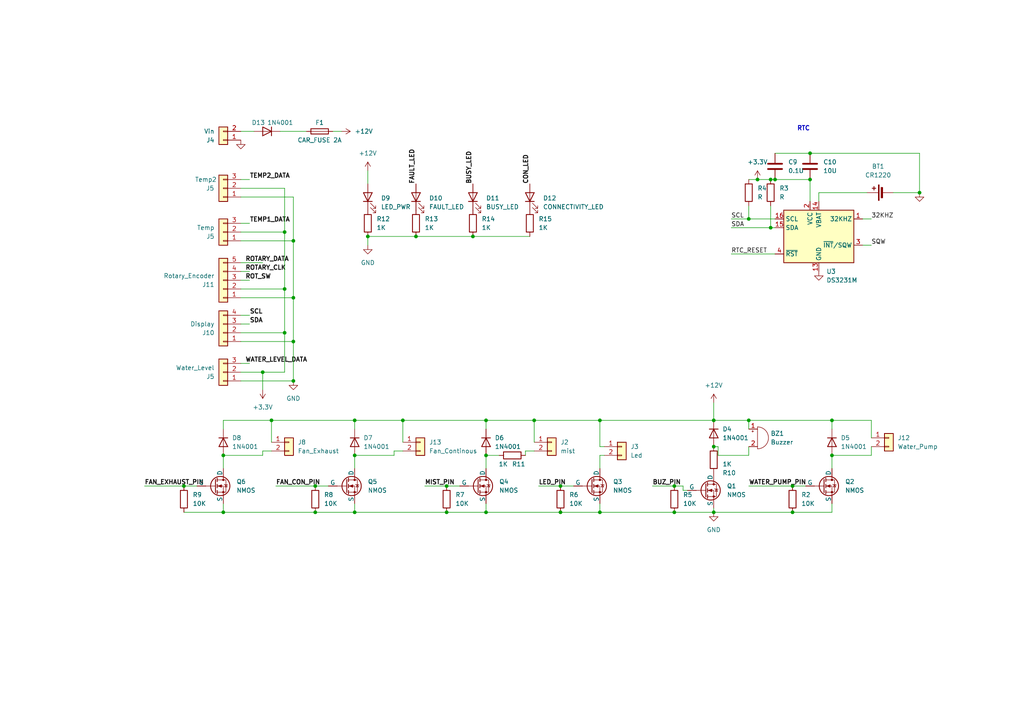
<source format=kicad_sch>
(kicad_sch (version 20230121) (generator eeschema)
  (paper "A4")
  (lib_symbols
    (symbol "Connector_Generic:Conn_01x02" (pin_names (offset 1.016) hide)
      (property "Reference" "J" (at 0 2.54 0))
      (property "Value" "Conn_01x02" (at 0 -5.08 0))
      (symbol "Conn_01x02_1_1"
        (rectangle (start -1.27 -2.413) (end 0 -2.667) (stroke (width 0.1524)))
        (rectangle (start -1.27 0.127) (end 0 -0.127) (stroke (width 0.1524)))
        (rectangle (start -1.27 1.27) (end 1.27 -3.81) (stroke (width 0.254)) (fill (type background)))
        (pin passive line (at -5.08 0 0) (length 3.81) (name "Pin_1") (number "1"))
        (pin passive line (at -5.08 -2.54 0) (length 3.81) (name "Pin_2") (number "2"))
      )
    )
    (symbol "Connector_Generic:Conn_01x03" (pin_names (offset 1.016) hide)
      (property "Reference" "J" (at 0 5.08 0))
      (property "Value" "Conn_01x03" (at 0 -5.08 0))
      (symbol "Conn_01x03_1_1"
        (rectangle (start -1.27 -2.413) (end 0 -2.667) (stroke (width 0.1524)))
        (rectangle (start -1.27 0.127) (end 0 -0.127) (stroke (width 0.1524)))
        (rectangle (start -1.27 2.667) (end 0 2.413) (stroke (width 0.1524)))
        (rectangle (start -1.27 3.81) (end 1.27 -3.81) (stroke (width 0.254)) (fill (type background)))
        (pin passive line (at -5.08 2.54 0) (length 3.81) (name "Pin_1") (number "1"))
        (pin passive line (at -5.08 0 0) (length 3.81) (name "Pin_2") (number "2"))
        (pin passive line (at -5.08 -2.54 0) (length 3.81) (name "Pin_3") (number "3"))
      )
    )
    (symbol "Connector_Generic:Conn_01x04" (pin_names (offset 1.016) hide)
      (property "Reference" "J" (at 0 5.08 0))
      (property "Value" "Conn_01x04" (at 0 -7.62 0))
      (symbol "Conn_01x04_1_1"
        (rectangle (start -1.27 -4.953) (end 0 -5.207) (stroke (width 0.1524)))
        (rectangle (start -1.27 -2.413) (end 0 -2.667) (stroke (width 0.1524)))
        (rectangle (start -1.27 0.127) (end 0 -0.127) (stroke (width 0.1524)))
        (rectangle (start -1.27 2.667) (end 0 2.413) (stroke (width 0.1524)))
        (rectangle (start -1.27 3.81) (end 1.27 -6.35) (stroke (width 0.254)) (fill (type background)))
        (pin passive line (at -5.08 2.54 0) (length 3.81) (name "Pin_1") (number "1"))
        (pin passive line (at -5.08 0 0) (length 3.81) (name "Pin_2") (number "2"))
        (pin passive line (at -5.08 -2.54 0) (length 3.81) (name "Pin_3") (number "3"))
        (pin passive line (at -5.08 -5.08 0) (length 3.81) (name "Pin_4") (number "4"))
      )
    )
    (symbol "Connector_Generic:Conn_01x05" (pin_names (offset 1.016) hide)
      (property "Reference" "J" (at 0 7.62 0))
      (property "Value" "Conn_01x05" (at 0 -7.62 0))
      (symbol "Conn_01x05_1_1"
        (rectangle (start -1.27 -4.953) (end 0 -5.207) (stroke (width 0.1524)))
        (rectangle (start -1.27 -2.413) (end 0 -2.667) (stroke (width 0.1524)))
        (rectangle (start -1.27 0.127) (end 0 -0.127) (stroke (width 0.1524)))
        (rectangle (start -1.27 2.667) (end 0 2.413) (stroke (width 0.1524)))
        (rectangle (start -1.27 5.207) (end 0 4.953) (stroke (width 0.1524)))
        (rectangle (start -1.27 6.35) (end 1.27 -6.35) (stroke (width 0.254)) (fill (type background)))
        (pin passive line (at -5.08 5.08 0) (length 3.81) (name "Pin_1") (number "1"))
        (pin passive line (at -5.08 2.54 0) (length 3.81) (name "Pin_2") (number "2"))
        (pin passive line (at -5.08 0 0) (length 3.81) (name "Pin_3") (number "3"))
        (pin passive line (at -5.08 -2.54 0) (length 3.81) (name "Pin_4") (number "4"))
        (pin passive line (at -5.08 -5.08 0) (length 3.81) (name "Pin_5") (number "5"))
      )
    )
    (symbol "Device:Battery_Cell" (pin_numbers hide) (pin_names (offset 0) hide)
      (property "Reference" "BT" (at 2.54 2.54 0))
      (property "Value" "Battery_Cell" (at 2.54 0 0))
      (symbol "Battery_Cell_0_1"
        (rectangle (start -2.286 1.778) (end 2.286 1.524) (fill (type outline)))
        (rectangle (start -1.524 1.016) (end 1.524 0.508) (fill (type outline)))
        (polyline (pts (xy 0 0.762) (xy 0 0)))
        (polyline (pts (xy 0 1.778) (xy 0 2.54)))
        (polyline (pts (xy 0.762 3.048) (xy 1.778 3.048)) (stroke (width 0.254)))
        (polyline (pts (xy 1.27 3.556) (xy 1.27 2.54)) (stroke (width 0.254)))
      )
      (symbol "Battery_Cell_1_1"
        (pin passive line (at 0 5.08 270) (length 2.54) (name "+") (number "1"))
        (pin passive line (at 0 -2.54 90) (length 2.54) (name "-") (number "2"))
      )
    )
    (symbol "Device:Buzzer" (pin_names (offset 0.0254) hide)
      (property "Reference" "BZ" (at 3.81 1.27 0))
      (property "Value" "Buzzer" (at 3.81 -1.27 0))
      (symbol "Buzzer_0_1"
        (arc (start 0 -3.175) (mid 3.1612 0) (end 0 3.175))
        (polyline (pts (xy -1.651 1.905) (xy -1.143 1.905)))
        (polyline (pts (xy -1.397 2.159) (xy -1.397 1.651)))
        (polyline (pts (xy 0 3.175) (xy 0 -3.175)))
      )
      (symbol "Buzzer_1_1"
        (pin passive line (at -2.54 2.54 0) (length 2.54) (name "-") (number "1"))
        (pin passive line (at -2.54 -2.54 0) (length 2.54) (name "+") (number "2"))
      )
    )
    (symbol "Device:C" (pin_numbers hide) (pin_names (offset 0.254))
      (property "Reference" "C" (at 0.635 2.54 0))
      (property "Value" "C" (at 0.635 -2.54 0))
      (symbol "C_0_1"
        (polyline (pts (xy -2.032 -0.762) (xy 2.032 -0.762)) (stroke (width 0.508)))
        (polyline (pts (xy -2.032 0.762) (xy 2.032 0.762)) (stroke (width 0.508)))
      )
      (symbol "C_1_1"
        (pin passive line (at 0 3.81 270) (length 2.794) (name "~") (number "1"))
        (pin passive line (at 0 -3.81 90) (length 2.794) (name "~") (number "2"))
      )
    )
    (symbol "Device:Fuse" (pin_numbers hide) (pin_names (offset 0))
      (property "Reference" "F" (at 2.032 0 90))
      (property "Value" "Fuse" (at -1.905 0 90))
      (symbol "Fuse_0_1"
        (rectangle (start -0.762 -2.54) (end 0.762 2.54) (stroke (width 0.254)))
        (polyline (pts (xy 0 2.54) (xy 0 -2.54)))
      )
      (symbol "Fuse_1_1"
        (pin passive line (at 0 3.81 270) (length 1.27) (name "~") (number "1"))
        (pin passive line (at 0 -3.81 90) (length 1.27) (name "~") (number "2"))
      )
    )
    (symbol "Device:LED" (pin_numbers hide) (pin_names (offset 1.016) hide)
      (property "Reference" "D" (at 0 2.54 0))
      (property "Value" "LED" (at 0 -2.54 0))
      (symbol "LED_0_1"
        (polyline (pts (xy -1.27 -1.27) (xy -1.27 1.27)) (stroke (width 0.254)))
        (polyline (pts (xy -1.27 0) (xy 1.27 0)))
        (polyline (pts (xy 1.27 -1.27) (xy 1.27 1.27) (xy -1.27 0) (xy 1.27 -1.27)) (stroke (width 0.254)))
        (polyline (pts (xy -3.048 -0.762) (xy -4.572 -2.286) (xy -3.81 -2.286) (xy -4.572 -2.286) (xy -4.572 -1.524)))
        (polyline (pts (xy -1.778 -0.762) (xy -3.302 -2.286) (xy -2.54 -2.286) (xy -3.302 -2.286) (xy -3.302 -1.524)))
      )
      (symbol "LED_1_1"
        (pin passive line (at -3.81 0 0) (length 2.54) (name "K") (number "1"))
        (pin passive line (at 3.81 0 180) (length 2.54) (name "A") (number "2"))
      )
    )
    (symbol "Device:R" (pin_numbers hide) (pin_names (offset 0))
      (property "Reference" "R" (at 2.032 0 90))
      (property "Value" "R" (at 0 0 90))
      (symbol "R_0_1"
        (rectangle (start -1.016 -2.54) (end 1.016 2.54) (stroke (width 0.254)))
      )
      (symbol "R_1_1"
        (pin passive line (at 0 3.81 270) (length 1.27) (name "~") (number "1"))
        (pin passive line (at 0 -3.81 90) (length 1.27) (name "~") (number "2"))
      )
    )
    (symbol "Diode:1N4001" (pin_numbers hide) (pin_names hide)
      (property "Reference" "D" (at 0 2.54 0))
      (property "Value" "1N4001" (at 0 -2.54 0))
      (symbol "1N4001_0_1"
        (polyline (pts (xy -1.27 1.27) (xy -1.27 -1.27)) (stroke (width 0.254)))
        (polyline (pts (xy 1.27 0) (xy -1.27 0)))
        (polyline (pts (xy 1.27 1.27) (xy 1.27 -1.27) (xy -1.27 0) (xy 1.27 1.27)) (stroke (width 0.254)))
      )
      (symbol "1N4001_1_1"
        (pin passive line (at -3.81 0 0) (length 2.54) (name "K") (number "1"))
        (pin passive line (at 3.81 0 180) (length 2.54) (name "A") (number "2"))
      )
    )
    (symbol "Simulation_SPICE:NMOS" (pin_numbers hide) (pin_names (offset 0))
      (property "Reference" "Q" (at 5.08 1.27 0))
      (property "Value" "NMOS" (at 5.08 -1.27 0))
      (symbol "NMOS_0_1"
        (polyline (pts (xy 0.254 0) (xy -2.54 0)))
        (polyline (pts (xy 0.254 1.905) (xy 0.254 -1.905)) (stroke (width 0.254)))
        (polyline (pts (xy 0.762 -1.27) (xy 0.762 -2.286)) (stroke (width 0.254)))
        (polyline (pts (xy 0.762 0.508) (xy 0.762 -0.508)) (stroke (width 0.254)))
        (polyline (pts (xy 0.762 2.286) (xy 0.762 1.27)) (stroke (width 0.254)))
        (polyline (pts (xy 2.54 2.54) (xy 2.54 1.778)))
        (polyline (pts (xy 2.54 -2.54) (xy 2.54 0) (xy 0.762 0)))
        (polyline (pts (xy 0.762 -1.778) (xy 3.302 -1.778) (xy 3.302 1.778) (xy 0.762 1.778)))
        (polyline (pts (xy 1.016 0) (xy 2.032 0.381) (xy 2.032 -0.381) (xy 1.016 0)) (fill (type outline)))
        (polyline (pts (xy 2.794 0.508) (xy 2.921 0.381) (xy 3.683 0.381) (xy 3.81 0.254)))
        (polyline (pts (xy 3.302 0.381) (xy 2.921 -0.254) (xy 3.683 -0.254) (xy 3.302 0.381)))
        (circle (center 1.651 0) (radius 2.794) (stroke (width 0.254)))
        (circle (center 2.54 -1.778) (radius 0.254) (fill (type outline)))
        (circle (center 2.54 1.778) (radius 0.254) (fill (type outline)))
      )
      (symbol "NMOS_1_1"
        (pin passive line (at 2.54 5.08 270) (length 2.54) (name "D") (number "1"))
        (pin input line (at -5.08 0 0) (length 2.54) (name "G") (number "2"))
        (pin passive line (at 2.54 -5.08 90) (length 2.54) (name "S") (number "3"))
      )
    )
    (symbol "Timer_RTC:DS3231M"
      (property "Reference" "U" (at -7.62 8.89 0))
      (property "Value" "DS3231M" (at 10.16 8.89 0))
      (symbol "DS3231M_0_1"
        (rectangle (start -10.16 7.62) (end 10.16 -7.62) (stroke (width 0.254)) (fill (type background)))
      )
      (symbol "DS3231M_1_1"
        (pin open_collector line (at 12.7 5.08 180) (length 2.54) (name "32KHZ") (number "1"))
        (pin passive line (at 0 -10.16 90) (length 2.54) hide (name "GND") (number "10"))
        (pin passive line (at 0 -10.16 90) (length 2.54) hide (name "GND") (number "11"))
        (pin passive line (at 0 -10.16 90) (length 2.54) hide (name "GND") (number "12"))
        (pin power_in line (at 0 -10.16 90) (length 2.54) (name "GND") (number "13"))
        (pin power_in line (at 0 10.16 270) (length 2.54) (name "VBAT") (number "14"))
        (pin bidirectional line (at -12.7 2.54 0) (length 2.54) (name "SDA") (number "15"))
        (pin input line (at -12.7 5.08 0) (length 2.54) (name "SCL") (number "16"))
        (pin power_in line (at -2.54 10.16 270) (length 2.54) (name "VCC") (number "2"))
        (pin open_collector line (at 12.7 -2.54 180) (length 2.54) (name "~{INT}/SQW") (number "3"))
        (pin bidirectional line (at -12.7 -5.08 0) (length 2.54) (name "~{RST}") (number "4"))
        (pin passive line (at 0 -10.16 90) (length 2.54) hide (name "GND") (number "5"))
        (pin passive line (at 0 -10.16 90) (length 2.54) hide (name "GND") (number "6"))
        (pin passive line (at 0 -10.16 90) (length 2.54) hide (name "GND") (number "7"))
        (pin passive line (at 0 -10.16 90) (length 2.54) hide (name "GND") (number "8"))
        (pin passive line (at 0 -10.16 90) (length 2.54) hide (name "GND") (number "9"))
      )
    )
    (symbol "power:+12V" (power) (pin_names (offset 0))
      (property "Value" "+12V" (at 0 3.556 0))
      (symbol "+12V_0_1"
        (polyline (pts (xy -0.762 1.27) (xy 0 2.54)))
        (polyline (pts (xy 0 0) (xy 0 2.54)))
        (polyline (pts (xy 0 2.54) (xy 0.762 1.27)))
      )
      (symbol "+12V_1_1"
        (pin power_in line (at 0 0 90) (length 0) hide (name "+12V") (number "1"))
      )
    )
    (symbol "power:+3.3V" (power) (pin_names (offset 0))
      (property "Value" "+3.3V" (at 0 3.556 0))
      (symbol "+3.3V_0_1"
        (polyline (pts (xy -0.762 1.27) (xy 0 2.54)))
        (polyline (pts (xy 0 0) (xy 0 2.54)))
        (polyline (pts (xy 0 2.54) (xy 0.762 1.27)))
      )
      (symbol "+3.3V_1_1"
        (pin power_in line (at 0 0 90) (length 0) hide (name "+3.3V") (number "1"))
      )
    )
    (symbol "power:GND" (power) (pin_names (offset 0))
      (property "Value" "GND" (at 0 -3.81 0))
      (symbol "GND_0_1"
        (polyline (pts (xy 0 0) (xy 0 -1.27) (xy 1.27 -1.27) (xy 0 -2.54) (xy -1.27 -1.27) (xy 0 -1.27)))
      )
      (symbol "GND_1_1"
        (pin power_in line (at 0 0 270) (length 0) hide (name "GND") (number "1"))
      )
    )
  )
  (junction (at 78.74 121.92))
  (junction (at 82.55 96.52))
  (junction (at 106.68 68.58))
  (junction (at 207.01 121.92))
  (junction (at 173.99 148.59))
  (junction (at 85.09 110.49))
  (junction (at 140.97 132.08))
  (junction (at 85.09 86.36))
  (junction (at 102.87 132.08))
  (junction (at 162.56 148.59))
  (junction (at 162.56 140.97))
  (junction (at 195.58 148.59))
  (junction (at 129.54 148.59))
  (junction (at 82.55 83.82))
  (junction (at 85.09 99.06))
  (junction (at 64.77 148.59))
  (junction (at 140.97 121.92))
  (junction (at 64.77 132.08))
  (junction (at 82.55 67.31))
  (junction (at 234.95 44.45))
  (junction (at 154.94 121.92))
  (junction (at 229.87 148.59))
  (junction (at 173.99 121.92))
  (junction (at 137.16 68.58))
  (junction (at 120.65 68.58))
  (junction (at 223.52 52.07))
  (junction (at 217.17 63.5))
  (junction (at 217.17 121.92))
  (junction (at 53.34 140.97))
  (junction (at 224.79 52.07))
  (junction (at 241.3 121.92))
  (junction (at 207.01 129.54))
  (junction (at 129.54 140.97))
  (junction (at 195.58 140.97))
  (junction (at 234.95 52.07))
  (junction (at 91.44 148.59))
  (junction (at 102.87 121.92))
  (junction (at 207.01 148.59))
  (junction (at 229.87 140.97))
  (junction (at 116.84 121.92))
  (junction (at 266.7 55.88))
  (junction (at 102.87 148.59))
  (junction (at 85.09 69.85))
  (junction (at 241.3 132.08))
  (junction (at 76.2 107.95))
  (junction (at 91.44 140.97))
  (junction (at 219.71 52.07))
  (junction (at 223.52 66.04))
  (junction (at 140.97 148.59))
  (wire (pts (xy 173.99 121.92) (xy 173.99 129.54)))
  (wire (pts (xy 212.09 66.04) (xy 223.52 66.04)))
  (wire (pts (xy 217.17 121.92) (xy 217.17 124.46)))
  (wire (pts (xy 69.85 93.98) (xy 72.39 93.98)))
  (wire (pts (xy 224.79 52.07) (xy 223.52 52.07)))
  (wire (pts (xy 82.55 67.31) (xy 82.55 83.82)))
  (wire (pts (xy 91.44 140.97) (xy 95.25 140.97)))
  (wire (pts (xy 154.94 121.92) (xy 173.99 121.92)))
  (wire (pts (xy 217.17 140.97) (xy 229.87 140.97)))
  (wire (pts (xy 123.19 140.97) (xy 129.54 140.97)))
  (wire (pts (xy 162.56 148.59) (xy 173.99 148.59)))
  (wire (pts (xy 69.85 91.44) (xy 72.39 91.44)))
  (wire (pts (xy 207.01 148.59) (xy 229.87 148.59)))
  (wire (pts (xy 76.2 132.08) (xy 76.2 130.81)))
  (wire (pts (xy 156.21 140.97) (xy 162.56 140.97)))
  (wire (pts (xy 224.79 52.07) (xy 234.95 52.07)))
  (wire (pts (xy 73.66 38.1) (xy 69.85 38.1)))
  (wire (pts (xy 64.77 148.59) (xy 64.77 146.05)))
  (wire (pts (xy 241.3 148.59) (xy 241.3 146.05)))
  (wire (pts (xy 140.97 132.08) (xy 144.78 132.08)))
  (wire (pts (xy 69.85 76.2) (xy 76.2 76.2)))
  (wire (pts (xy 102.87 121.92) (xy 116.84 121.92)))
  (wire (pts (xy 106.68 71.12) (xy 106.68 68.58)))
  (wire (pts (xy 69.85 83.82) (xy 82.55 83.82)))
  (wire (pts (xy 207.01 116.84) (xy 207.01 121.92)))
  (wire (pts (xy 229.87 140.97) (xy 233.68 140.97)))
  (wire (pts (xy 85.09 86.36) (xy 85.09 99.06)))
  (wire (pts (xy 69.85 54.61) (xy 82.55 54.61)))
  (wire (pts (xy 129.54 148.59) (xy 140.97 148.59)))
  (wire (pts (xy 82.55 83.82) (xy 82.55 96.52)))
  (wire (pts (xy 212.09 63.5) (xy 217.17 63.5)))
  (wire (pts (xy 78.74 121.92) (xy 102.87 121.92)))
  (wire (pts (xy 129.54 140.97) (xy 133.35 140.97)))
  (wire (pts (xy 102.87 132.08) (xy 102.87 135.89)))
  (wire (pts (xy 208.28 129.54) (xy 207.01 129.54)))
  (wire (pts (xy 120.65 68.58) (xy 137.16 68.58)))
  (wire (pts (xy 99.06 38.1) (xy 96.52 38.1)))
  (wire (pts (xy 140.97 148.59) (xy 162.56 148.59)))
  (wire (pts (xy 76.2 113.03) (xy 76.2 107.95)))
  (wire (pts (xy 217.17 63.5) (xy 224.79 63.5)))
  (wire (pts (xy 80.01 140.97) (xy 91.44 140.97)))
  (wire (pts (xy 41.91 140.97) (xy 53.34 140.97)))
  (wire (pts (xy 173.99 121.92) (xy 207.01 121.92)))
  (wire (pts (xy 69.85 96.52) (xy 82.55 96.52)))
  (wire (pts (xy 64.77 132.08) (xy 76.2 132.08)))
  (wire (pts (xy 69.85 107.95) (xy 76.2 107.95)))
  (wire (pts (xy 152.4 132.08) (xy 152.4 130.81)))
  (wire (pts (xy 198.12 142.24) (xy 199.39 142.24)))
  (wire (pts (xy 53.34 148.59) (xy 64.77 148.59)))
  (wire (pts (xy 69.85 105.41) (xy 72.39 105.41)))
  (wire (pts (xy 137.16 68.58) (xy 153.67 68.58)))
  (wire (pts (xy 241.3 132.08) (xy 241.3 135.89)))
  (wire (pts (xy 208.28 132.08) (xy 208.28 129.54)))
  (wire (pts (xy 85.09 99.06) (xy 85.09 110.49)))
  (wire (pts (xy 241.3 132.08) (xy 252.73 132.08)))
  (wire (pts (xy 217.17 52.07) (xy 219.71 52.07)))
  (wire (pts (xy 154.94 130.81) (xy 152.4 130.81)))
  (wire (pts (xy 198.12 142.24) (xy 198.12 140.97)))
  (wire (pts (xy 64.77 132.08) (xy 64.77 135.89)))
  (wire (pts (xy 106.68 49.53) (xy 106.68 53.34)))
  (wire (pts (xy 69.85 81.28) (xy 72.39 81.28)))
  (wire (pts (xy 217.17 132.08) (xy 208.28 132.08)))
  (wire (pts (xy 102.87 148.59) (xy 102.87 146.05)))
  (wire (pts (xy 237.49 55.88) (xy 251.46 55.88)))
  (wire (pts (xy 250.19 71.12) (xy 252.73 71.12)))
  (wire (pts (xy 173.99 148.59) (xy 173.99 146.05)))
  (wire (pts (xy 223.52 66.04) (xy 224.79 66.04)))
  (wire (pts (xy 237.49 55.88) (xy 237.49 58.42)))
  (wire (pts (xy 78.74 128.27) (xy 78.74 121.92)))
  (wire (pts (xy 234.95 52.07) (xy 234.95 58.42)))
  (wire (pts (xy 140.97 148.59) (xy 140.97 146.05)))
  (wire (pts (xy 162.56 140.97) (xy 166.37 140.97)))
  (wire (pts (xy 116.84 121.92) (xy 140.97 121.92)))
  (wire (pts (xy 224.79 44.45) (xy 234.95 44.45)))
  (wire (pts (xy 91.44 148.59) (xy 102.87 148.59)))
  (wire (pts (xy 78.74 130.81) (xy 76.2 130.81)))
  (wire (pts (xy 234.95 44.45) (xy 266.7 44.45)))
  (wire (pts (xy 69.85 99.06) (xy 85.09 99.06)))
  (wire (pts (xy 207.01 121.92) (xy 217.17 121.92)))
  (wire (pts (xy 69.85 52.07) (xy 72.39 52.07)))
  (wire (pts (xy 241.3 121.92) (xy 241.3 124.46)))
  (wire (pts (xy 116.84 130.81) (xy 114.3 130.81)))
  (wire (pts (xy 250.19 63.5) (xy 252.73 63.5)))
  (wire (pts (xy 217.17 121.92) (xy 241.3 121.92)))
  (wire (pts (xy 173.99 148.59) (xy 195.58 148.59)))
  (wire (pts (xy 85.09 57.15) (xy 85.09 69.85)))
  (wire (pts (xy 189.23 140.97) (xy 195.58 140.97)))
  (wire (pts (xy 69.85 86.36) (xy 85.09 86.36)))
  (wire (pts (xy 252.73 132.08) (xy 252.73 129.54)))
  (wire (pts (xy 102.87 132.08) (xy 114.3 132.08)))
  (wire (pts (xy 69.85 110.49) (xy 85.09 110.49)))
  (wire (pts (xy 69.85 57.15) (xy 85.09 57.15)))
  (wire (pts (xy 102.87 148.59) (xy 129.54 148.59)))
  (wire (pts (xy 223.52 59.69) (xy 223.52 66.04)))
  (wire (pts (xy 229.87 148.59) (xy 241.3 148.59)))
  (wire (pts (xy 217.17 59.69) (xy 217.17 63.5)))
  (wire (pts (xy 88.9 38.1) (xy 81.28 38.1)))
  (wire (pts (xy 69.85 67.31) (xy 82.55 67.31)))
  (wire (pts (xy 102.87 121.92) (xy 102.87 124.46)))
  (wire (pts (xy 69.85 78.74) (xy 72.39 78.74)))
  (wire (pts (xy 82.55 54.61) (xy 82.55 67.31)))
  (wire (pts (xy 140.97 132.08) (xy 140.97 135.89)))
  (wire (pts (xy 76.2 107.95) (xy 82.55 107.95)))
  (wire (pts (xy 266.7 44.45) (xy 266.7 55.88)))
  (wire (pts (xy 85.09 69.85) (xy 85.09 86.36)))
  (wire (pts (xy 207.01 148.59) (xy 207.01 147.32)))
  (wire (pts (xy 173.99 132.08) (xy 173.99 135.89)))
  (wire (pts (xy 212.09 73.66) (xy 224.79 73.66)))
  (wire (pts (xy 64.77 148.59) (xy 91.44 148.59)))
  (wire (pts (xy 69.85 64.77) (xy 72.39 64.77)))
  (wire (pts (xy 64.77 121.92) (xy 78.74 121.92)))
  (wire (pts (xy 82.55 96.52) (xy 82.55 107.95)))
  (wire (pts (xy 252.73 127) (xy 252.73 121.92)))
  (wire (pts (xy 154.94 121.92) (xy 154.94 128.27)))
  (wire (pts (xy 241.3 121.92) (xy 252.73 121.92)))
  (wire (pts (xy 173.99 129.54) (xy 175.26 129.54)))
  (wire (pts (xy 140.97 121.92) (xy 140.97 124.46)))
  (wire (pts (xy 140.97 121.92) (xy 154.94 121.92)))
  (wire (pts (xy 175.26 132.08) (xy 173.99 132.08)))
  (wire (pts (xy 217.17 129.54) (xy 217.17 132.08)))
  (wire (pts (xy 64.77 121.92) (xy 64.77 124.46)))
  (wire (pts (xy 195.58 148.59) (xy 207.01 148.59)))
  (wire (pts (xy 219.71 52.07) (xy 223.52 52.07)))
  (wire (pts (xy 116.84 121.92) (xy 116.84 128.27)))
  (wire (pts (xy 69.85 69.85) (xy 85.09 69.85)))
  (wire (pts (xy 53.34 140.97) (xy 57.15 140.97)))
  (wire (pts (xy 106.68 68.58) (xy 120.65 68.58)))
  (wire (pts (xy 259.08 55.88) (xy 266.7 55.88)))
  (wire (pts (xy 198.12 140.97) (xy 195.58 140.97)))
  (wire (pts (xy 114.3 132.08) (xy 114.3 130.81)))
  (text "RTC" (at 231.14 38.1 0) (effects (font (size 1.27 1.27) (thickness 0.254) bold) (justify left bottom)))
  (label "MIST_PIN" (at 123.19 140.97 0) (effects (font bold)))
  (label "TEMP2_DATA" (at 72.39 52.07 0) (effects (font bold)))
  (label "TEMP1_DATA" (at 72.39 64.77 0) (effects (font bold)))
  (label "SCL" (at 72.39 91.44 0) (effects (font bold)))
  (label "SQW" (at 252.73 71.12 0))
  (label "FAN_CON_PIN" (at 80.01 140.97 0) (effects (font bold)))
  (label "BUSY_LED" (at 137.16 53.34 90) (effects (font bold)))
  (label "SCL" (at 212.09 63.5 0))
  (label "FAN_EXHAUST_PIN" (at 41.91 140.97 0) (effects (font bold)))
  (label "BUZ_PIN" (at 189.23 140.97 0) (effects (font bold)))
  (label "ROT_SW" (at 71.12 81.28 0) (effects (font bold)))
  (label "32KHZ" (at 252.73 63.5 0))
  (label "CON_LED" (at 153.67 53.34 90) (effects (font bold)))
  (label "ROTARY_CLK" (at 71.12 78.74 0) (effects (font bold)))
  (label "FAULT_LED" (at 120.65 53.34 90) (effects (font bold)))
  (label "RTC_RESET" (at 212.09 73.66 0))
  (label "LED_PIN" (at 156.21 140.97 0) (effects (font bold)))
  (label "ROTARY_DATA" (at 71.12 76.2 0) (effects (font bold)))
  (label "WATER_PUMP_PIN" (at 217.17 140.97 0) (effects (font bold)))
  (label "WATER_LEVEL_DATA" (at 71.12 105.41 0) (effects (font bold)))
  (label "SDA" (at 212.09 66.04 0))
  (label "SDA" (at 72.39 93.98 0) (effects (font bold)))
  (symbol (lib_id "power:+12V") (at 99.06 38.1 270) (unit 1)
    (property "Reference" "#PWR018" (effects hide))
    (property "Value" "+12V" (at 102.87 38.1 90) (effects (justify left)))
  )
  (symbol (lib_id "Connector_Generic:Conn_01x02") (at 121.92 128.27 0) (unit 1)
    (property "Reference" "J13" (at 124.46 128.27 0) (effects (justify left)))
    (property "Value" "Fan_Continous" (at 124.46 130.81 0) (effects (justify left)))
    (instances (project "Capibator_PCB" (path "" (reference "J13") (unit 1)) (path "" (reference "J3") (unit 1)) (path "" (reference "J3") (unit 1))))
  )
  (symbol (lib_id "Device:R") (at 195.58 144.78 180) (unit 1)
    (property "Reference" "R5" (at 198.12 143.51 0) (effects (justify right)))
    (property "Value" "10K" (at 198.12 146.05 0) (effects (justify right)))
  )
  (symbol (lib_id "Simulation_SPICE:NMOS") (at 238.76 140.97 0) (unit 1)
    (property "Reference" "Q2" (at 245.11 139.7 0) (effects (justify left)))
    (property "Value" "NMOS" (at 245.11 142.24 0) (effects (justify left)))
    (property "Datasheet" "https://ngspice.sourceforge.io/docs/ngspice-manual.pdf" (effects hide))
    (property "Sim.Device" "NMOS" (effects hide))
    (property "Sim.Type" "VDMOS" (effects hide))
    (property "Sim.Pins" "1=D 2=G 3=S" (effects hide))
  )
  (symbol (lib_id "power:+12V") (at 207.01 116.84 0) (unit 1)
    (property "Reference" "#PWR015" (effects hide))
    (property "Value" "+12V" (at 207.01 111.76 0))
  )
  (symbol (lib_id "Connector_Generic:Conn_01x05") (at 64.77 81.28 180) (unit 1)
    (property "Reference" "J11" (at 62.23 82.55 0) (effects (justify left)))
    (property "Value" "Rotary_Encoder" (at 62.23 80.01 0) (effects (justify left)))
  )
  (symbol (lib_id "Simulation_SPICE:NMOS") (at 62.23 140.97 0) (unit 1)
    (property "Reference" "Q6" (at 68.58 139.7 0) (effects (justify left)))
    (property "Value" "NMOS" (at 68.58 142.24 0) (effects (justify left)))
    (property "Datasheet" "https://ngspice.sourceforge.io/docs/ngspice-manual.pdf" (effects hide))
    (property "Sim.Device" "NMOS" (effects hide))
    (property "Sim.Type" "VDMOS" (effects hide))
    (property "Sim.Pins" "1=D 2=G 3=S" (effects hide))
  )
  (symbol (lib_id "power:+12V") (at 106.68 49.53 0) (unit 1)
    (property "Reference" "#PWR020" (effects hide))
    (property "Value" "+12V" (at 106.68 44.45 0))
  )
  (symbol (lib_id "power:GND") (at 106.68 71.12 0) (unit 1)
    (property "Reference" "#PWR021" (effects hide))
    (property "Value" "GND" (at 106.68 76.2 0))
  )
  (symbol (lib_id "Connector_Generic:Conn_01x03") (at 64.77 54.61 180) (unit 1)
    (property "Reference" "J5" (at 60.96 54.61 0))
    (property "Value" "Temp2" (at 59.69 52.07 0))
    (instances (project "Capibator_PCB" (path "" (reference "J5") (unit 1)) (path "" (reference "J6") (unit 1))))
  )
  (symbol (lib_id "Device:R") (at 207.01 133.35 0) (unit 1)
    (property "Reference" "R10" (at 209.55 137.16 0) (effects (justify left)))
    (property "Value" "1K" (at 209.55 134.62 0) (effects (justify left)))
  )
  (symbol (lib_id "Device:R") (at 120.65 64.77 0) (unit 1)
    (property "Reference" "R13" (at 123.19 63.5 0) (effects (justify left)))
    (property "Value" "1K" (at 123.19 66.04 0) (effects (justify left)))
  )
  (symbol (lib_id "Device:C") (at 224.79 48.26 180) (unit 1)
    (property "Reference" "C9" (at 228.6 46.99 0) (effects (justify right)))
    (property "Value" "0.1U" (at 228.6 49.53 0) (effects (justify right)))
  )
  (symbol (lib_id "Diode:1N4001") (at 64.77 128.27 270) (unit 1)
    (property "Reference" "D8" (at 67.31 127 90) (effects (justify left)))
    (property "Value" "1N4001" (at 67.31 129.54 90) (effects (justify left)))
    (property "Footprint" "Diode_THT:D_DO-41_SOD81_P10.16mm_Horizontal" (effects hide))
    (property "Datasheet" "http://www.vishay.com/docs/88503/1n4001.pdf" (effects hide))
    (property "Sim.Device" "D" (effects hide))
    (property "Sim.Pins" "1=K 2=A" (effects hide))
  )
  (symbol (lib_id "Device:Fuse") (at 92.71 38.1 90) (unit 1)
    (property "Reference" "F1" (at 92.71 35.56 90))
    (property "Value" "CAR_FUSE 2A" (at 92.71 40.64 90))
  )
  (symbol (lib_id "power:+3.3V") (at 76.2 113.03 180) (unit 1)
    (property "Reference" "#PWR022" (effects hide))
    (property "Value" "+3.3V" (at 76.2 118.11 0))
  )
  (symbol (lib_id "Simulation_SPICE:NMOS") (at 138.43 140.97 0) (unit 1)
    (property "Reference" "Q4" (at 144.78 139.7 0) (effects (justify left)))
    (property "Value" "NMOS" (at 144.78 142.24 0) (effects (justify left)))
    (property "Datasheet" "https://ngspice.sourceforge.io/docs/ngspice-manual.pdf" (effects hide))
    (property "Sim.Device" "NMOS" (effects hide))
    (property "Sim.Type" "VDMOS" (effects hide))
    (property "Sim.Pins" "1=D 2=G 3=S" (effects hide))
  )
  (symbol (lib_id "Simulation_SPICE:NMOS") (at 171.45 140.97 0) (unit 1)
    (property "Reference" "Q3" (at 177.8 139.7 0) (effects (justify left)))
    (property "Value" "NMOS" (at 177.8 142.24 0) (effects (justify left)))
    (property "Datasheet" "https://ngspice.sourceforge.io/docs/ngspice-manual.pdf" (effects hide))
    (property "Sim.Device" "NMOS" (effects hide))
    (property "Sim.Type" "VDMOS" (effects hide))
    (property "Sim.Pins" "1=D 2=G 3=S" (effects hide))
  )
  (symbol (lib_id "power:GND") (at 85.09 110.49 0) (unit 1)
    (property "Reference" "#PWR017" (effects hide))
    (property "Value" "GND" (at 85.09 115.57 0))
  )
  (symbol (lib_id "Device:R") (at 162.56 144.78 180) (unit 1)
    (property "Reference" "R6" (at 165.1 143.51 0) (effects (justify right)))
    (property "Value" "10K" (at 165.1 146.05 0) (effects (justify right)))
  )
  (symbol (lib_id "Device:R") (at 153.67 64.77 0) (unit 1)
    (property "Reference" "R15" (at 156.21 63.5 0) (effects (justify left)))
    (property "Value" "1K" (at 156.21 66.04 0) (effects (justify left)))
  )
  (symbol (lib_id "Simulation_SPICE:NMOS") (at 204.47 142.24 0) (unit 1)
    (property "Reference" "Q1" (at 210.82 140.97 0) (effects (justify left)))
    (property "Value" "NMOS" (at 210.82 143.51 0) (effects (justify left)))
    (property "Datasheet" "https://ngspice.sourceforge.io/docs/ngspice-manual.pdf" (effects hide))
    (property "Sim.Device" "NMOS" (effects hide))
    (property "Sim.Type" "VDMOS" (effects hide))
    (property "Sim.Pins" "1=D 2=G 3=S" (effects hide))
  )
  (symbol (lib_id "power:GND") (at 237.49 78.74 0) (unit 1)
    (property "Reference" "#PWR013" (effects hide))
    (property "Value" "GND" (effects hide))
  )
  (symbol (lib_id "Device:R") (at 91.44 144.78 180) (unit 1)
    (property "Reference" "R8" (at 93.98 143.51 0) (effects (justify right)))
    (property "Value" "10K" (at 93.98 146.05 0) (effects (justify right)))
  )
  (symbol (lib_id "Device:LED") (at 153.67 57.15 90) (unit 1)
    (property "Reference" "D12" (at 157.48 57.4675 90) (effects (justify right)))
    (property "Value" "CONNECTIVITY_LED" (at 157.48 60.0075 90) (effects (justify right)))
  )
  (symbol (lib_id "Diode:1N4001") (at 207.01 125.73 270) (unit 1)
    (property "Reference" "D4" (at 209.55 124.46 90) (effects (justify left)))
    (property "Value" "1N4001" (at 209.55 127 90) (effects (justify left)))
    (property "Footprint" "Diode_THT:D_DO-41_SOD81_P10.16mm_Horizontal" (effects hide))
    (property "Datasheet" "http://www.vishay.com/docs/88503/1n4001.pdf" (effects hide))
    (property "Sim.Device" "D" (effects hide))
    (property "Sim.Pins" "1=K 2=A" (effects hide))
  )
  (symbol (lib_id "Device:C") (at 234.95 48.26 180) (unit 1)
    (property "Reference" "C10" (at 238.76 46.99 0) (effects (justify right)))
    (property "Value" "10U" (at 238.76 49.53 0) (effects (justify right)))
  )
  (symbol (lib_id "Diode:1N4001") (at 77.47 38.1 180) (unit 1)
    (property "Reference" "D13" (at 74.93 35.56 0))
    (property "Value" "1N4001" (at 81.28 35.56 0))
    (property "Footprint" "Diode_THT:D_DO-41_SOD81_P10.16mm_Horizontal" (effects hide))
    (property "Datasheet" "http://www.vishay.com/docs/88503/1n4001.pdf" (effects hide))
    (property "Sim.Device" "D" (effects hide))
    (property "Sim.Pins" "1=K 2=A" (effects hide))
  )
  (symbol (lib_id "Diode:1N4001") (at 102.87 128.27 270) (unit 1)
    (property "Reference" "D7" (at 105.41 127 90) (effects (justify left)))
    (property "Value" "1N4001" (at 105.41 129.54 90) (effects (justify left)))
    (property "Footprint" "Diode_THT:D_DO-41_SOD81_P10.16mm_Horizontal" (effects hide))
    (property "Datasheet" "http://www.vishay.com/docs/88503/1n4001.pdf" (effects hide))
    (property "Sim.Device" "D" (effects hide))
    (property "Sim.Pins" "1=K 2=A" (effects hide))
  )
  (symbol (lib_id "Device:LED") (at 106.68 57.15 90) (unit 1)
    (property "Reference" "D9" (at 110.49 57.4675 90) (effects (justify right)))
    (property "Value" "LED_PWR" (at 110.49 60.0075 90) (effects (justify right)))
  )
  (symbol (lib_id "Device:R") (at 137.16 64.77 0) (unit 1)
    (property "Reference" "R14" (at 139.7 63.5 0) (effects (justify left)))
    (property "Value" "1K" (at 139.7 66.04 0) (effects (justify left)))
  )
  (symbol (lib_id "power:GND") (at 207.01 148.59 0) (unit 1)
    (property "Reference" "#PWR016" (effects hide))
    (property "Value" "GND" (at 207.01 153.67 0))
  )
  (symbol (lib_id "Connector_Generic:Conn_01x02") (at 83.82 128.27 0) (unit 1)
    (property "Reference" "J8" (at 86.36 128.27 0) (effects (justify left)))
    (property "Value" "Fan_Exhaust" (at 86.36 130.81 0) (effects (justify left)))
    (instances (project "Capibator_PCB" (path "" (reference "J8") (unit 1)) (path "" (reference "J3") (unit 1)) (path "" (reference "J3") (unit 1))))
  )
  (symbol (lib_id "Timer_RTC:DS3231M") (at 237.49 68.58 0) (unit 1)
    (property "Reference" "U3" (at 239.6841 78.74 0) (effects (justify left)))
    (property "Value" "DS3231M" (at 239.6841 81.28 0) (effects (justify left)))
    (property "Footprint" "Package_SO:SOIC-16W_7.5x10.3mm_P1.27mm" (effects hide))
    (property "Datasheet" "http://datasheets.maximintegrated.com/en/ds/DS3231.pdf" (effects hide))
  )
  (symbol (lib_id "Simulation_SPICE:NMOS") (at 100.33 140.97 0) (unit 1)
    (property "Reference" "Q5" (at 106.68 139.7 0) (effects (justify left)))
    (property "Value" "NMOS" (at 106.68 142.24 0) (effects (justify left)))
    (property "Datasheet" "https://ngspice.sourceforge.io/docs/ngspice-manual.pdf" (effects hide))
    (property "Sim.Device" "NMOS" (effects hide))
    (property "Sim.Type" "VDMOS" (effects hide))
    (property "Sim.Pins" "1=D 2=G 3=S" (effects hide))
  )
  (symbol (lib_id "Connector_Generic:Conn_01x02") (at 64.77 40.64 180) (unit 1)
    (property "Reference" "J4" (at 62.23 40.64 0) (effects (justify left)))
    (property "Value" "Vin" (at 62.23 38.1 0) (effects (justify left)))
  )
  (symbol (lib_id "Connector_Generic:Conn_01x04") (at 64.77 96.52 180) (unit 1)
    (property "Reference" "J10" (at 62.23 96.52 0) (effects (justify left)))
    (property "Value" "Display" (at 62.23 93.98 0) (effects (justify left)))
  )
  (symbol (lib_id "Device:R") (at 148.59 132.08 90) (unit 1)
    (property "Reference" "R11" (at 152.4 134.62 90) (effects (justify left)))
    (property "Value" "1K" (at 147.32 134.62 90) (effects (justify left)))
  )
  (symbol (lib_id "Diode:1N4001") (at 140.97 128.27 270) (unit 1)
    (property "Reference" "D6" (at 143.51 127 90) (effects (justify left)))
    (property "Value" "1N4001" (at 143.51 129.54 90) (effects (justify left)))
    (property "Footprint" "Diode_THT:D_DO-41_SOD81_P10.16mm_Horizontal" (effects hide))
    (property "Datasheet" "http://www.vishay.com/docs/88503/1n4001.pdf" (effects hide))
    (property "Sim.Device" "D" (effects hide))
    (property "Sim.Pins" "1=K 2=A" (effects hide))
  )
  (symbol (lib_id "Device:LED") (at 137.16 57.15 90) (unit 1)
    (property "Reference" "D11" (at 140.97 57.4675 90) (effects (justify right)))
    (property "Value" "BUSY_LED" (at 140.97 60.0075 90) (effects (justify right)))
  )
  (symbol (lib_id "power:GND") (at 69.85 40.64 0) (unit 1)
    (property "Reference" "#PWR019" (effects hide))
    (property "Value" "GND" (effects hide))
  )
  (symbol (lib_id "Device:R") (at 53.34 144.78 180) (unit 1)
    (property "Reference" "R9" (at 55.88 143.51 0) (effects (justify right)))
    (property "Value" "10K" (at 55.88 146.05 0) (effects (justify right)))
  )
  (symbol (lib_id "Device:R") (at 129.54 144.78 180) (unit 1)
    (property "Reference" "R7" (at 132.08 143.51 0) (effects (justify right)))
    (property "Value" "10K" (at 132.08 146.05 0) (effects (justify right)))
  )
  (symbol (lib_id "Device:R") (at 223.52 55.88 0) (unit 1)
    (property "Reference" "R3" (at 226.06 54.61 0) (effects (justify left)))
    (property "Value" "R" (at 226.06 57.15 0) (effects (justify left)))
  )
  (symbol (lib_id "Device:R") (at 229.87 144.78 180) (unit 1)
    (property "Reference" "R2" (at 232.41 143.51 0) (effects (justify right)))
    (property "Value" "10K" (at 232.41 146.05 0) (effects (justify right)))
  )
  (symbol (lib_id "Connector_Generic:Conn_01x03") (at 64.77 67.31 180) (unit 1)
    (property "Reference" "J5" (at 62.23 68.58 0) (effects (justify left)))
    (property "Value" "Temp" (at 62.23 66.04 0) (effects (justify left)))
  )
  (symbol (lib_id "Device:Battery_Cell") (at 256.54 55.88 90) (unit 1)
    (property "Reference" "BT1" (at 254.6985 48.26 90))
    (property "Value" "CR1220" (at 254.6985 50.8 90))
  )
  (symbol (lib_id "Connector_Generic:Conn_01x02") (at 180.34 129.54 0) (unit 1)
    (property "Reference" "J3" (at 182.88 129.54 0) (effects (justify left)))
    (property "Value" "Led" (at 182.88 132.08 0) (effects (justify left)))
  )
  (symbol (lib_id "Device:R") (at 106.68 64.77 0) (unit 1)
    (property "Reference" "R12" (at 109.22 63.5 0) (effects (justify left)))
    (property "Value" "1K" (at 109.22 66.04 0) (effects (justify left)))
  )
  (symbol (lib_id "Connector_Generic:Conn_01x02") (at 257.81 127 0) (unit 1)
    (property "Reference" "J12" (at 260.35 127 0) (effects (justify left)))
    (property "Value" "Water_Pump" (at 260.35 129.54 0) (effects (justify left)))
  )
  (symbol (lib_id "Connector_Generic:Conn_01x02") (at 160.02 128.27 0) (unit 1)
    (property "Reference" "J2" (at 162.56 128.27 0) (effects (justify left)))
    (property "Value" "mist" (at 162.56 130.81 0) (effects (justify left)))
  )
  (symbol (lib_id "power:GND") (at 266.7 55.88 0) (unit 1)
    (property "Reference" "#PWR014" (effects hide))
    (property "Value" "GND" (effects hide))
  )
  (symbol (lib_id "Device:LED") (at 120.65 57.15 90) (unit 1)
    (property "Reference" "D10" (at 124.46 57.4675 90) (effects (justify right)))
    (property "Value" "FAULT_LED" (at 124.46 60.0075 90) (effects (justify right)))
  )
  (symbol (lib_id "Device:Buzzer") (at 219.71 127 0) (unit 1)
    (property "Reference" "BZ1" (at 223.52 125.73 0) (effects (justify left)))
    (property "Value" "Buzzer" (at 223.52 128.27 0) (effects (justify left)))
  )
  (symbol (lib_id "power:+3.3V") (at 219.71 52.07 0) (unit 1)
    (property "Reference" "#PWR012" (effects hide))
    (property "Value" "+3.3V" (at 219.71 46.99 0))
  )
  (symbol (lib_id "Connector_Generic:Conn_01x03") (at 64.77 107.95 180) (unit 1)
    (property "Reference" "J5" (at 62.23 109.22 0) (effects (justify left)))
    (property "Value" "Water_Level" (at 62.23 106.68 0) (effects (justify left)))
    (instances (project "Capibator_PCB" (path "" (reference "J5") (unit 1)) (path "" (reference "J9") (unit 1))))
  )
  (symbol (lib_id "Device:R") (at 217.17 55.88 0) (unit 1)
    (property "Reference" "R4" (at 219.71 54.61 0) (effects (justify left)))
    (property "Value" "R" (at 219.71 57.15 0) (effects (justify left)))
  )
  (symbol (lib_id "Diode:1N4001") (at 241.3 128.27 270) (unit 1)
    (property "Reference" "D5" (at 243.84 127 90) (effects (justify left)))
    (property "Value" "1N4001" (at 243.84 129.54 90) (effects (justify left)))
    (property "Footprint" "Diode_THT:D_DO-41_SOD81_P10.16mm_Horizontal" (effects hide))
    (property "Datasheet" "http://www.vishay.com/docs/88503/1n4001.pdf" (effects hide))
    (property "Sim.Device" "D" (effects hide))
    (property "Sim.Pins" "1=K 2=A" (effects hide))
  )
)
</source>
